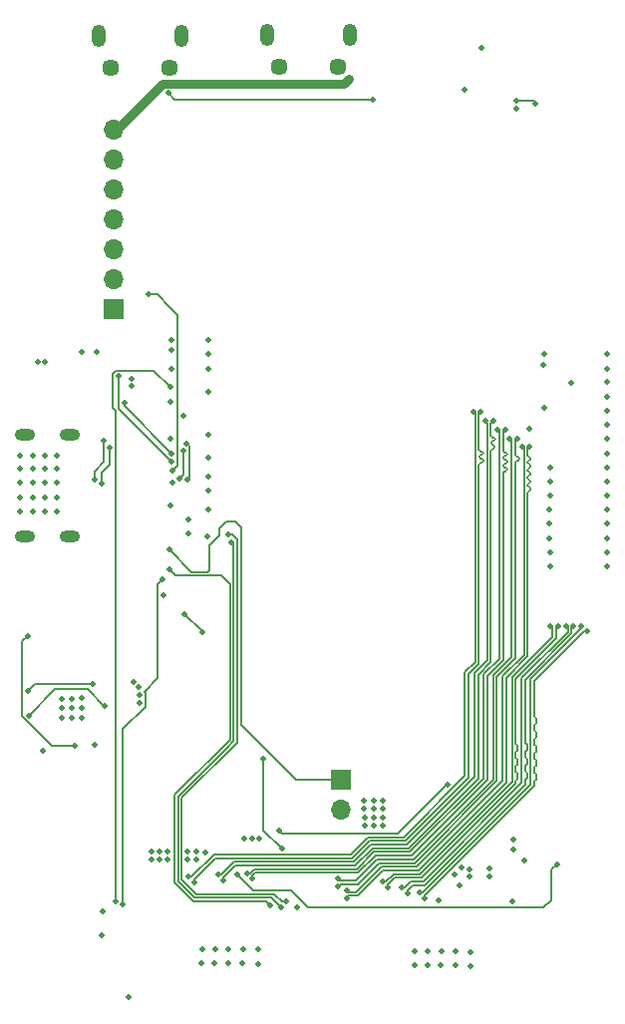
<source format=gbr>
G04 #@! TF.GenerationSoftware,KiCad,Pcbnew,(5.99.0-10362-gce3a84f579)*
G04 #@! TF.CreationDate,2021-05-11T11:50:45-04:00*
G04 #@! TF.ProjectId,rpi-cm4-carrier,7270692d-636d-4342-9d63-617272696572,v01*
G04 #@! TF.SameCoordinates,Original*
G04 #@! TF.FileFunction,Copper,L4,Bot*
G04 #@! TF.FilePolarity,Positive*
%FSLAX46Y46*%
G04 Gerber Fmt 4.6, Leading zero omitted, Abs format (unit mm)*
G04 Created by KiCad (PCBNEW (5.99.0-10362-gce3a84f579)) date 2021-05-11 11:50:45*
%MOMM*%
%LPD*%
G01*
G04 APERTURE LIST*
G04 #@! TA.AperFunction,ComponentPad*
%ADD10C,1.450000*%
G04 #@! TD*
G04 #@! TA.AperFunction,ComponentPad*
%ADD11O,1.200000X1.900000*%
G04 #@! TD*
G04 #@! TA.AperFunction,ComponentPad*
%ADD12R,1.700000X1.700000*%
G04 #@! TD*
G04 #@! TA.AperFunction,ComponentPad*
%ADD13O,1.700000X1.700000*%
G04 #@! TD*
G04 #@! TA.AperFunction,ComponentPad*
%ADD14O,1.701800X1.016000*%
G04 #@! TD*
G04 #@! TA.AperFunction,ViaPad*
%ADD15C,0.508000*%
G04 #@! TD*
G04 #@! TA.AperFunction,Conductor*
%ADD16C,0.152400*%
G04 #@! TD*
G04 #@! TA.AperFunction,Conductor*
%ADD17C,0.200000*%
G04 #@! TD*
G04 #@! TA.AperFunction,Conductor*
%ADD18C,0.750000*%
G04 #@! TD*
G04 #@! TA.AperFunction,Conductor*
%ADD19C,0.160000*%
G04 #@! TD*
G04 APERTURE END LIST*
D10*
G04 #@! TO.P,J6,6,Shield*
G04 #@! TO.N,GND*
X124425000Y-55102500D03*
D11*
X125425000Y-52402500D03*
D10*
X119425000Y-55102500D03*
D11*
X118425000Y-52402500D03*
G04 #@! TD*
D12*
G04 #@! TO.P,J9,1,Pin_1*
G04 #@! TO.N,/CM4 GPIO/nRPIBOOT*
X139000000Y-115610000D03*
D13*
G04 #@! TO.P,J9,2,Pin_2*
G04 #@! TO.N,GND*
X139000000Y-118150000D03*
G04 #@! TD*
D12*
G04 #@! TO.P,J1,1,Pin_1*
G04 #@! TO.N,GND*
X119725000Y-75600000D03*
D13*
G04 #@! TO.P,J1,2,Pin_2*
G04 #@! TO.N,/CM4 GPIO/GPIO14*
X119725000Y-73060000D03*
G04 #@! TO.P,J1,3,Pin_3*
G04 #@! TO.N,/CM4 GPIO/GPIO15*
X119725000Y-70520000D03*
G04 #@! TO.P,J1,4,Pin_4*
G04 #@! TO.N,GND*
X119725000Y-67980000D03*
G04 #@! TO.P,J1,5,Pin_5*
G04 #@! TO.N,/CM4 GPIO/GPIO12*
X119725000Y-65440000D03*
G04 #@! TO.P,J1,6,Pin_6*
G04 #@! TO.N,/CM4 GPIO/GPIO13*
X119725000Y-62900000D03*
G04 #@! TO.P,J1,7,Pin_7*
G04 #@! TO.N,/+5v*
X119725000Y-60360000D03*
G04 #@! TD*
D14*
G04 #@! TO.P,J8,7*
G04 #@! TO.N,N/C*
X115949401Y-86329998D03*
G04 #@! TO.P,J8,8*
X115949401Y-94970002D03*
G04 #@! TO.P,J8,9*
X112149401Y-86330001D03*
G04 #@! TO.P,J8,10*
X112149401Y-94969999D03*
G04 #@! TD*
D10*
G04 #@! TO.P,J7,6,Shield*
G04 #@! TO.N,GND*
X133750000Y-55077500D03*
X138750000Y-55077500D03*
D11*
X132750000Y-52377500D03*
X139750000Y-52377500D03*
G04 #@! TD*
D15*
G04 #@! TO.N,GND*
X127700000Y-88275000D03*
X121875000Y-108400000D03*
X118100000Y-112650000D03*
X161575000Y-93875000D03*
X123600000Y-122400000D03*
X114850000Y-89175000D03*
X113850000Y-90375000D03*
X127175000Y-131200000D03*
X128275000Y-131200000D03*
X150000000Y-130200000D03*
X156725000Y-95075000D03*
X122875000Y-122400000D03*
X158525000Y-81875000D03*
X124300000Y-122400000D03*
X113850000Y-91625000D03*
X161600000Y-80675000D03*
X141775000Y-118075000D03*
X141800000Y-118800000D03*
X161600000Y-89100000D03*
X161600000Y-84275000D03*
X124300000Y-121725000D03*
X141775000Y-117400000D03*
X124625000Y-78275000D03*
X116975000Y-110325000D03*
X142575000Y-119500000D03*
X126700000Y-121725000D03*
X122875000Y-121725000D03*
X131950000Y-129975000D03*
X129450000Y-129950000D03*
X147300000Y-125875000D03*
X121875000Y-109050000D03*
X124600000Y-80675000D03*
X112800000Y-89175000D03*
X125600000Y-84700000D03*
X116125000Y-109525000D03*
X141800000Y-119500000D03*
X127700000Y-89850000D03*
X113700000Y-113175000D03*
X121350000Y-107275000D03*
X161600000Y-83075000D03*
X146350000Y-130175000D03*
X114850000Y-90375000D03*
X155025000Y-85775000D03*
X127725000Y-80675000D03*
X124625000Y-79075000D03*
X141000000Y-118800000D03*
X129425000Y-131200000D03*
X161575000Y-96275000D03*
X161575000Y-90275000D03*
X156750000Y-96275000D03*
X131412500Y-120562500D03*
X149239100Y-123065900D03*
X156725000Y-93875000D03*
X127700000Y-92675000D03*
X116975000Y-108675000D03*
X124700000Y-90400000D03*
X127475000Y-121750000D03*
X141000000Y-119500000D03*
X115300000Y-109525000D03*
X148725000Y-130175000D03*
X113850000Y-92825000D03*
X116125000Y-110350000D03*
X121837500Y-107762500D03*
X112800000Y-88050000D03*
X146325000Y-131375000D03*
X156250000Y-84050000D03*
X114850000Y-91625000D03*
X111700000Y-92850000D03*
X161600000Y-87875000D03*
X113825000Y-80125000D03*
X132012500Y-120562500D03*
X161600000Y-81850000D03*
X156250000Y-79400000D03*
X161600000Y-86675000D03*
X140975000Y-118075000D03*
X145250000Y-130175000D03*
X111700000Y-88075000D03*
X123600000Y-121725000D03*
X116975000Y-109500000D03*
X147475000Y-131375000D03*
X156750000Y-91475000D03*
X153875000Y-58600000D03*
X142575000Y-118800000D03*
X161575000Y-92675000D03*
X115300000Y-110350000D03*
X111700000Y-89200000D03*
X131925000Y-131225000D03*
X130650000Y-131200000D03*
X130675000Y-129950000D03*
X127700000Y-91050000D03*
X112800000Y-92825000D03*
X149975000Y-131400000D03*
X125975000Y-122400000D03*
X130812500Y-120562500D03*
X161575000Y-95075000D03*
X124525000Y-83475000D03*
X145225000Y-131375000D03*
X127725000Y-79450000D03*
X140975000Y-117400000D03*
X148700000Y-131375000D03*
X116125000Y-108700000D03*
X142550000Y-118075000D03*
X111700000Y-91650000D03*
X114850000Y-88050000D03*
X111700000Y-90400000D03*
X126700000Y-122400000D03*
X124475000Y-86675000D03*
X127650000Y-94900000D03*
X161600000Y-85475000D03*
X127725000Y-82675000D03*
X112800000Y-90375000D03*
X142550000Y-117400000D03*
X114850000Y-92825000D03*
X156175000Y-80400000D03*
X127200000Y-129950000D03*
X156750000Y-90275000D03*
X113850000Y-89175000D03*
X161575000Y-97475000D03*
X113850000Y-88050000D03*
X127725000Y-86275000D03*
X118750000Y-126762500D03*
X113225000Y-80125000D03*
X150900000Y-53450000D03*
X128300000Y-129950000D03*
X127725000Y-78275000D03*
X147500000Y-130175000D03*
X156725000Y-92675000D03*
X161600000Y-79475000D03*
X156750000Y-97475000D03*
X156750000Y-89075000D03*
X125975000Y-121725000D03*
X124500000Y-92275000D03*
X161575000Y-91475000D03*
X115300000Y-108700000D03*
X112800000Y-91625000D03*
X148604034Y-123629034D03*
G04 #@! TO.N,/+3.3v*
X149925000Y-123800000D03*
X126061420Y-93475000D03*
X135300000Y-126450000D03*
X149025000Y-124575000D03*
X153525000Y-125900000D03*
X153600000Y-121525000D03*
X154600000Y-122475000D03*
X151575000Y-123775000D03*
X116951920Y-79298080D03*
X123925000Y-99900000D03*
X121226885Y-82151885D03*
X118675000Y-128762500D03*
X149895000Y-123205000D03*
X149450000Y-56975000D03*
X151575000Y-123125000D03*
X118223080Y-79298080D03*
X126061420Y-94675000D03*
X153600000Y-120700000D03*
X121238944Y-81561056D03*
X120925000Y-134012500D03*
G04 #@! TO.N,/PSUs/SYS*
X133775000Y-119925000D03*
X148083465Y-116033465D03*
X112375000Y-103375000D03*
X116350000Y-112750000D03*
G04 #@! TO.N,/PSUs/VBUS*
X112374989Y-108100000D03*
X117925000Y-107500000D03*
G04 #@! TO.N,/PSUs/REGN*
X118900000Y-109325000D03*
X112505737Y-110137469D03*
G04 #@! TO.N,/+5v*
X133975000Y-121459300D03*
X139675000Y-56100000D03*
X138309215Y-56515785D03*
X132414330Y-113825020D03*
X139075000Y-56500000D03*
G04 #@! TO.N,/CM4 GPIO/GPIO14*
X124650000Y-89350000D03*
X122639617Y-74395794D03*
G04 #@! TO.N,/CM4 GPIO/nRPIBOOT*
X124450000Y-96075000D03*
G04 #@! TO.N,/CM4 GPIO/GPIO2*
X124634101Y-88615893D03*
X120125000Y-81339780D03*
G04 #@! TO.N,/CM4 GPIO/GPIO3*
X124612500Y-87912499D03*
X120583022Y-83600000D03*
G04 #@! TO.N,/CM4 High Speed/CAM0_D0_N*
X156776947Y-102579136D03*
X142541513Y-124266513D03*
G04 #@! TO.N,/CM4 High Speed/CAM0_D0_P*
X157437347Y-102579136D03*
X143008487Y-124733487D03*
G04 #@! TO.N,/CM4 High Speed/CAM0_D1_N*
X158096949Y-102554748D03*
X144166513Y-124766513D03*
G04 #@! TO.N,/CM4 High Speed/CAM0_D1_P*
X144633487Y-125233487D03*
X158757349Y-102554748D03*
G04 #@! TO.N,/CM4 High Speed/CAM0_C_N*
X159416513Y-102516513D03*
X159416513Y-102516513D03*
X145666513Y-125191513D03*
X145666513Y-125191513D03*
G04 #@! TO.N,/CM4 High Speed/CAM0_C_P*
X146133487Y-125658487D03*
X159883487Y-102983487D03*
X159883487Y-102983487D03*
X146133487Y-125658487D03*
G04 #@! TO.N,/CM4 High Speed/CAM1_D0_N*
X126066513Y-123841513D03*
X150219800Y-84350000D03*
X126066513Y-123841513D03*
X126066513Y-123841513D03*
X150219800Y-84350000D03*
G04 #@! TO.N,/CM4 High Speed/CAM1_D0_P*
X126533487Y-124308487D03*
X150880200Y-84350000D03*
X126533487Y-124308487D03*
X126533487Y-124308487D03*
X150880200Y-84350000D03*
G04 #@! TO.N,/CM4 High Speed/CAM1_D1_N*
X151245813Y-85154288D03*
X128566513Y-123666513D03*
X128566513Y-123666513D03*
X151245813Y-85154288D03*
G04 #@! TO.N,/CM4 High Speed/CAM1_D1_P*
X129033487Y-124133487D03*
X129033487Y-124133487D03*
X151906213Y-85154288D03*
X151906213Y-85154288D03*
G04 #@! TO.N,/CM4 High Speed/CAM1_C_N*
X152269800Y-85900000D03*
X152269800Y-85900000D03*
X131016513Y-123516513D03*
G04 #@! TO.N,/CM4 High Speed/CAM1_C_P*
X152930200Y-85900000D03*
X152930200Y-85900000D03*
X131483487Y-123983487D03*
G04 #@! TO.N,/CM4 High Speed/CAM1_D2_N*
X153315452Y-86671302D03*
X138750000Y-123997499D03*
G04 #@! TO.N,/CM4 High Speed/CAM1_D2_P*
X153975852Y-86671302D03*
X138750000Y-124657899D03*
G04 #@! TO.N,/CM4 High Speed/CAM1_D3_N*
X154369800Y-87300000D03*
X139525000Y-124969800D03*
X154369800Y-87300000D03*
G04 #@! TO.N,/CM4 High Speed/CAM1_D3_P*
X155030200Y-87300000D03*
X139525000Y-125630200D03*
X155030200Y-87300000D03*
G04 #@! TO.N,Net-(J6-Pad1)*
X141725000Y-57825000D03*
X124325000Y-57296685D03*
G04 #@! TO.N,Net-(J8-Pad3)*
X118050000Y-90125000D03*
X118875000Y-86775000D03*
G04 #@! TO.N,Net-(J8-Pad4)*
X118681600Y-90418908D03*
X119357100Y-87426827D03*
G04 #@! TO.N,/CM4 GPIO/nLED_Activity*
X124500000Y-82275000D03*
X119875000Y-125887500D03*
G04 #@! TO.N,/CM4 GPIO/nPWR_LED*
X123825000Y-98600000D03*
X120455057Y-126219979D03*
G04 #@! TO.N,/CM4 High Speed/USBOTG*
X153903653Y-57940720D03*
X155525000Y-58175000D03*
G04 #@! TO.N,Net-(S1-Pad2)*
X130200000Y-123650000D03*
X157325000Y-122750000D03*
G04 #@! TO.N,/CM4 High Speed/ID_SD*
X125975000Y-90150000D03*
X125900000Y-87075000D03*
G04 #@! TO.N,/CM4 High Speed/SCL0*
X133870096Y-126431458D03*
X129697220Y-95440897D03*
G04 #@! TO.N,/CM4 High Speed/ID_SC*
X125598312Y-87675000D03*
X127179138Y-103059829D03*
X125725000Y-101500000D03*
X125275000Y-90000000D03*
G04 #@! TO.N,/CM4 High Speed/CAM_GPIO*
X132950000Y-126250000D03*
X124455111Y-97749681D03*
G04 #@! TO.N,/CM4 High Speed/SDA0*
X134335823Y-125963944D03*
X129425000Y-94800000D03*
G04 #@! TD*
D16*
G04 #@! TO.N,/PSUs/SYS*
X147941535Y-116033465D02*
X143825000Y-120150000D01*
X112375000Y-103375000D02*
X111892889Y-103857111D01*
X143825000Y-120150000D02*
X134000000Y-120150000D01*
X111892889Y-103857111D02*
X111892889Y-110206414D01*
X114436475Y-112750000D02*
X116350000Y-112750000D01*
X134000000Y-120150000D02*
X133775000Y-119925000D01*
X148083465Y-116033465D02*
X147941535Y-116033465D01*
X111892889Y-110206414D02*
X114436475Y-112750000D01*
G04 #@! TO.N,/PSUs/VBUS*
X112374989Y-108100000D02*
X112974989Y-107500000D01*
X112974989Y-107500000D02*
X117925000Y-107500000D01*
D17*
G04 #@! TO.N,/PSUs/REGN*
X118900000Y-109325000D02*
X118875000Y-109325000D01*
X117475000Y-107925000D02*
X114718206Y-107925000D01*
X118875000Y-109325000D02*
X117475000Y-107925000D01*
X114718206Y-107925000D02*
X112505737Y-110137469D01*
D18*
G04 #@! TO.N,/+5v*
X139059215Y-56515785D02*
X138309215Y-56515785D01*
D16*
X133975000Y-121459300D02*
X132414330Y-119898630D01*
D18*
X139075000Y-56500000D02*
X139059215Y-56515785D01*
X119850000Y-60475000D02*
X119750000Y-60475000D01*
X139275000Y-56500000D02*
X139675000Y-56100000D01*
X123175000Y-57150000D02*
X119850000Y-60475000D01*
X123809215Y-56515785D02*
X138309215Y-56515785D01*
X123600000Y-56725000D02*
X123809215Y-56515785D01*
X123600000Y-56725000D02*
X123175000Y-57150000D01*
D16*
X132414330Y-119898630D02*
X132414330Y-113825020D01*
G04 #@! TO.N,/CM4 GPIO/GPIO14*
X125116212Y-88883788D02*
X124650000Y-89350000D01*
X124525000Y-75550000D02*
X125116212Y-76141212D01*
X125116212Y-76141212D02*
X125116212Y-88883788D01*
X124450000Y-75475000D02*
X124525000Y-75550000D01*
X123370794Y-74395794D02*
X124450000Y-75475000D01*
X122639617Y-74395794D02*
X123370794Y-74395794D01*
G04 #@! TO.N,/CM4 GPIO/nRPIBOOT*
X128700000Y-94250000D02*
X128700000Y-94811475D01*
X130483640Y-94158640D02*
X130000000Y-93675000D01*
X128700000Y-94811475D02*
X127800000Y-95711475D01*
X130000000Y-93675000D02*
X129275000Y-93675000D01*
X127800000Y-95711475D02*
X127800000Y-97825000D01*
X127800000Y-97825000D02*
X127679320Y-97945680D01*
X129275000Y-93675000D02*
X128700000Y-94250000D01*
X139525000Y-115600000D02*
X135142208Y-115600000D01*
X127679320Y-97945680D02*
X126320680Y-97945680D01*
X126320680Y-97945680D02*
X124450000Y-96075000D01*
X130483640Y-110941432D02*
X130483640Y-94158640D01*
X135142208Y-115600000D02*
X130483640Y-110941432D01*
G04 #@! TO.N,/CM4 GPIO/GPIO2*
X120100922Y-84082715D02*
X120100922Y-81363858D01*
X120100922Y-81363858D02*
X120125000Y-81339780D01*
X124634101Y-88615893D02*
X120100922Y-84082715D01*
G04 #@! TO.N,/CM4 GPIO/GPIO3*
X120583033Y-83883033D02*
X124612500Y-87912499D01*
X120583022Y-83600000D02*
X120583033Y-83599989D01*
X120583033Y-83599989D02*
X120583033Y-83883033D01*
D19*
G04 #@! TO.N,/CM4 High Speed/CAM0_D0_N*
X142787586Y-124266513D02*
X143451046Y-123603053D01*
X145701045Y-123603053D02*
X153522178Y-115781920D01*
X153522178Y-115781920D02*
X153522178Y-106891101D01*
X153522178Y-106891101D02*
X156950946Y-103462333D01*
X142541513Y-124266513D02*
X142787586Y-124266513D01*
X156950946Y-102753135D02*
X156776947Y-102579136D01*
X156950946Y-103462333D02*
X156950946Y-102753135D01*
X143451046Y-123603053D02*
X145701045Y-123603053D01*
G04 #@! TO.N,/CM4 High Speed/CAM0_D0_P*
X153834569Y-114919773D02*
X153834569Y-114465431D01*
X153980227Y-114319773D02*
X153980227Y-113865431D01*
X145830449Y-123915453D02*
X153834569Y-115911333D01*
X153834569Y-115911333D02*
X153834569Y-115665431D01*
X153834569Y-113719773D02*
X153834569Y-113265431D01*
X143580448Y-123915453D02*
X145830449Y-123915453D01*
X153834569Y-107020498D02*
X157263348Y-103591719D01*
X153980227Y-113119773D02*
X153980227Y-112665431D01*
X143008487Y-124733487D02*
X143008487Y-124487414D01*
X143008487Y-124487414D02*
X143580448Y-123915453D01*
X153980227Y-115519773D02*
X153980227Y-115065431D01*
X153834569Y-112065431D02*
X153834569Y-107020498D01*
X153834569Y-112519773D02*
X153834569Y-112065431D01*
X157263348Y-102753135D02*
X157437347Y-102579136D01*
X157263348Y-103591719D02*
X157263348Y-102753135D01*
X153834569Y-112519773D02*
G75*
G03*
X153907398Y-112592602I72829J0D01*
G01*
X153907398Y-114992602D02*
G75*
G02*
X153980227Y-115065431I0J-72829D01*
G01*
X153980227Y-113119773D02*
G75*
G02*
X153907398Y-113192602I-72829J0D01*
G01*
X153907398Y-112592602D02*
G75*
G02*
X153980227Y-112665431I0J-72829D01*
G01*
X153907398Y-114392602D02*
G75*
G03*
X153834569Y-114465431I0J-72829D01*
G01*
X153907398Y-115592602D02*
G75*
G03*
X153834569Y-115665431I0J-72829D01*
G01*
X153980227Y-114319773D02*
G75*
G02*
X153907398Y-114392602I-72829J0D01*
G01*
X153980227Y-115519773D02*
G75*
G02*
X153907398Y-115592602I-72829J0D01*
G01*
X153907398Y-113792602D02*
G75*
G02*
X153980227Y-113865431I0J-72829D01*
G01*
X153834569Y-113719773D02*
G75*
G03*
X153907398Y-113792602I72829J0D01*
G01*
X153834569Y-114919773D02*
G75*
G03*
X153907398Y-114992602I72829J0D01*
G01*
X153907398Y-113192602D02*
G75*
G03*
X153834569Y-113265431I0J-72829D01*
G01*
G04 #@! TO.N,/CM4 High Speed/CAM0_D1_N*
X144166513Y-124766513D02*
X144412586Y-124766513D01*
X154320489Y-106975700D02*
X158270948Y-103025241D01*
X158270948Y-102728747D02*
X158096949Y-102554748D01*
X158270948Y-103025241D02*
X158270948Y-102728747D01*
X154320489Y-115883609D02*
X154320489Y-106975700D01*
X145976745Y-124227353D02*
X154320489Y-115883609D01*
X144412586Y-124766513D02*
X144951746Y-124227353D01*
X144951746Y-124227353D02*
X145976745Y-124227353D01*
G04 #@! TO.N,/CM4 High Speed/CAM0_D1_P*
X158583350Y-102728747D02*
X158757349Y-102554748D01*
X145081148Y-124539753D02*
X146106149Y-124539753D01*
X158583350Y-103154627D02*
X158583350Y-102728747D01*
X154632880Y-113634654D02*
X154632880Y-113182880D01*
X144633487Y-124987414D02*
X145081148Y-124539753D01*
X154632880Y-111982880D02*
X154632880Y-107105097D01*
X154632880Y-116013022D02*
X154632880Y-115582880D01*
X154706994Y-112508767D02*
X154706993Y-112508767D01*
X154781107Y-115434654D02*
X154781107Y-114982880D01*
X154706993Y-114308767D02*
X154706994Y-114308767D01*
X154632880Y-107105097D02*
X158583350Y-103154627D01*
X154706993Y-115508767D02*
X154706994Y-115508767D01*
X154632880Y-114834654D02*
X154632880Y-114382880D01*
X154706994Y-113708767D02*
X154706993Y-113708767D01*
X144633487Y-125233487D02*
X144633487Y-124987414D01*
X154706993Y-113108767D02*
X154706994Y-113108767D01*
X154781107Y-113034654D02*
X154781107Y-112582880D01*
X154706994Y-114908767D02*
X154706993Y-114908767D01*
X154632880Y-112434654D02*
X154632880Y-111982880D01*
X146106149Y-124539753D02*
X154632880Y-116013022D01*
X154781107Y-114234654D02*
X154781107Y-113782880D01*
X154706993Y-115508767D02*
G75*
G03*
X154632880Y-115582880I-1J-74112D01*
G01*
X154706993Y-113108767D02*
G75*
G03*
X154632880Y-113182880I-1J-74112D01*
G01*
X154632880Y-114834654D02*
G75*
G03*
X154706993Y-114908767I74112J-1D01*
G01*
X154781107Y-115434654D02*
G75*
G02*
X154706994Y-115508767I-74112J-1D01*
G01*
X154706994Y-112508767D02*
G75*
G02*
X154781107Y-112582880I1J-74112D01*
G01*
X154781107Y-113034654D02*
G75*
G02*
X154706994Y-113108767I-74112J-1D01*
G01*
X154632880Y-113634654D02*
G75*
G03*
X154706993Y-113708767I74112J-1D01*
G01*
X154706994Y-114908767D02*
G75*
G02*
X154781107Y-114982880I1J-74112D01*
G01*
X154706994Y-113708767D02*
G75*
G02*
X154781107Y-113782880I1J-74112D01*
G01*
X154706993Y-114308767D02*
G75*
G03*
X154632880Y-114382880I-1J-74112D01*
G01*
X154632880Y-112434654D02*
G75*
G03*
X154706993Y-112508767I74112J-1D01*
G01*
X154781107Y-114234654D02*
G75*
G02*
X154706994Y-114308767I-74112J-1D01*
G01*
G04 #@! TO.N,/CM4 High Speed/CAM0_C_N*
X155118800Y-107060299D02*
X159416513Y-102762586D01*
X145912586Y-125191513D02*
X155118800Y-115985299D01*
X159416513Y-102762586D02*
X159416513Y-102516513D01*
X155118800Y-115985299D02*
X155118800Y-107060299D01*
X145666513Y-125191513D02*
X145912586Y-125191513D01*
G04 #@! TO.N,/CM4 High Speed/CAM0_C_P*
X155581200Y-115593800D02*
X155581200Y-115143800D01*
X155581200Y-111993800D02*
X155581200Y-111543800D01*
X155431200Y-112593800D02*
X155431200Y-112143800D01*
X155581200Y-114393800D02*
X155581200Y-113943800D01*
X155431200Y-114993800D02*
X155431200Y-114543800D01*
X155431200Y-111393800D02*
X155431200Y-110943800D01*
X155581200Y-110793800D02*
X155581200Y-110343800D01*
X146133487Y-125412414D02*
X155431200Y-116114701D01*
X155431200Y-107189701D02*
X159637414Y-102983487D01*
X155431200Y-109743800D02*
X155431200Y-107189701D01*
X155431200Y-116114701D02*
X155431200Y-115743800D01*
X155431200Y-113793800D02*
X155431200Y-113343800D01*
X155581200Y-113193800D02*
X155581200Y-112743800D01*
X146133487Y-125658487D02*
X146133487Y-125412414D01*
X159637414Y-102983487D02*
X159883487Y-102983487D01*
X155431200Y-110193800D02*
X155431200Y-109743800D01*
X155506200Y-113268800D02*
G75*
G03*
X155431200Y-113343800I0J-75000D01*
G01*
X155506200Y-111468800D02*
G75*
G02*
X155581200Y-111543800I0J-75000D01*
G01*
X155431200Y-111393800D02*
G75*
G03*
X155506200Y-111468800I75000J0D01*
G01*
X155431200Y-110193800D02*
G75*
G03*
X155506200Y-110268800I75000J0D01*
G01*
X155506200Y-115068800D02*
G75*
G02*
X155581200Y-115143800I0J-75000D01*
G01*
X155431200Y-114993800D02*
G75*
G03*
X155506200Y-115068800I75000J0D01*
G01*
X155506200Y-113868800D02*
G75*
G02*
X155581200Y-113943800I0J-75000D01*
G01*
X155581200Y-114393800D02*
G75*
G02*
X155506200Y-114468800I-75000J0D01*
G01*
X155581200Y-111993800D02*
G75*
G02*
X155506200Y-112068800I-75000J0D01*
G01*
X155581200Y-113193800D02*
G75*
G02*
X155506200Y-113268800I-75000J0D01*
G01*
X155581200Y-110793800D02*
G75*
G02*
X155506200Y-110868800I-75000J0D01*
G01*
X155506200Y-112668800D02*
G75*
G02*
X155581200Y-112743800I0J-75000D01*
G01*
X155506200Y-114468800D02*
G75*
G03*
X155431200Y-114543800I0J-75000D01*
G01*
X155431200Y-113793800D02*
G75*
G03*
X155506200Y-113868800I75000J0D01*
G01*
X155506200Y-110868800D02*
G75*
G03*
X155431200Y-110943800I0J-75000D01*
G01*
X155431200Y-112593800D02*
G75*
G03*
X155506200Y-112668800I75000J0D01*
G01*
X155506200Y-110268800D02*
G75*
G02*
X155581200Y-110343800I0J-75000D01*
G01*
X155506200Y-115668800D02*
G75*
G03*
X155431200Y-115743800I0J-75000D01*
G01*
X155581200Y-115593800D02*
G75*
G02*
X155506200Y-115668800I-75000J0D01*
G01*
X155506200Y-112068800D02*
G75*
G03*
X155431200Y-112143800I0J-75000D01*
G01*
G04 #@! TO.N,/CM4 High Speed/CAM1_D0_N*
X132550000Y-121945200D02*
X128208899Y-121945200D01*
X126312586Y-123841513D02*
X126066513Y-123841513D01*
X149530623Y-115273475D02*
X149530623Y-106468106D01*
X139818078Y-121945200D02*
X141281751Y-120481531D01*
X150393799Y-105604930D02*
X150393799Y-84523999D01*
X128208899Y-121945200D02*
X126312586Y-123841513D01*
X141281751Y-120481531D02*
X144322567Y-120481531D01*
X149530623Y-106468106D02*
X150393799Y-105604930D01*
X150393799Y-84523999D02*
X150219800Y-84350000D01*
X128208899Y-121945200D02*
X139818078Y-121945200D01*
X144322567Y-120481531D02*
X149530623Y-115273475D01*
G04 #@! TO.N,/CM4 High Speed/CAM1_D0_P*
X150880200Y-84350000D02*
X150706201Y-84523999D01*
X132550000Y-122257600D02*
X128338301Y-122257600D01*
X150866201Y-87703799D02*
X150946201Y-87703799D01*
X150866201Y-88343799D02*
X150946201Y-88343799D01*
X150706201Y-88873799D02*
X150706201Y-105734316D01*
X126533487Y-124062414D02*
X126533487Y-124308487D01*
X150706201Y-88823799D02*
X150706201Y-88873799D01*
X149843014Y-106597503D02*
X149843014Y-115402888D01*
X141411147Y-120793922D02*
X139947466Y-122257600D01*
X149843014Y-115402888D02*
X144451980Y-120793922D01*
X150946201Y-88663799D02*
X150866201Y-88663799D01*
X139947466Y-122257600D02*
X128338301Y-122257600D01*
X144451980Y-120793922D02*
X141411147Y-120793922D01*
X128338301Y-122257600D02*
X126533487Y-124062414D01*
X150706201Y-105734316D02*
X149843014Y-106597503D01*
X150706201Y-84523999D02*
X150706201Y-87543799D01*
X150946201Y-88023799D02*
X150866201Y-88023799D01*
X150946201Y-88023799D02*
G75*
G03*
X151106201Y-87863799I0J160000D01*
G01*
X150866201Y-87703799D02*
G75*
G02*
X150706201Y-87543799I0J160000D01*
G01*
X150706201Y-88823799D02*
G75*
G02*
X150866201Y-88663799I160000J0D01*
G01*
X150866201Y-88343799D02*
G75*
G02*
X150706201Y-88183799I0J160000D01*
G01*
X151106201Y-88503799D02*
G75*
G03*
X150946201Y-88343799I-160000J0D01*
G01*
X151106201Y-87863799D02*
G75*
G03*
X150946201Y-87703799I-160000J0D01*
G01*
X150706201Y-88183799D02*
G75*
G02*
X150866201Y-88023799I160000J0D01*
G01*
X150946201Y-88663799D02*
G75*
G03*
X151106201Y-88503799I0J160000D01*
G01*
G04 #@! TO.N,/CM4 High Speed/CAM1_D1_N*
X129909599Y-122569500D02*
X140076688Y-122569500D01*
X151419812Y-105461827D02*
X151419812Y-85328287D01*
X151419812Y-85328287D02*
X151245813Y-85154288D01*
X141540348Y-121105842D02*
X144598256Y-121105842D01*
X140076688Y-122569500D02*
X141540348Y-121105842D01*
X128812586Y-123666513D02*
X129909599Y-122569500D01*
X150328934Y-115375164D02*
X150328934Y-106552705D01*
X128566513Y-123666513D02*
X128812586Y-123666513D01*
X144598256Y-121105842D02*
X150328934Y-115375164D01*
X150328934Y-106552705D02*
X151419812Y-105461827D01*
G04 #@! TO.N,/CM4 High Speed/CAM1_D1_P*
X151732214Y-85328287D02*
X151732214Y-86367786D01*
X129033487Y-123887414D02*
X129033487Y-124133487D01*
X130039001Y-122881900D02*
X129033487Y-123887414D01*
X151732214Y-87697786D02*
X151732214Y-105591213D01*
X150641325Y-115504577D02*
X144727669Y-121418233D01*
X151922214Y-86847786D02*
X151892214Y-86847786D01*
X151892214Y-86527786D02*
X151922214Y-86527786D01*
X151922214Y-87487786D02*
X151892214Y-87487786D01*
X140206076Y-122881900D02*
X130039001Y-122881900D01*
X150641325Y-106682102D02*
X150641325Y-115504577D01*
X151892214Y-87167786D02*
X151922214Y-87167786D01*
X141669744Y-121418233D02*
X140206076Y-122881900D01*
X151732214Y-87647786D02*
X151732214Y-87697786D01*
X144727669Y-121418233D02*
X141669744Y-121418233D01*
X151906213Y-85154288D02*
X151732214Y-85328287D01*
X151732214Y-105591213D02*
X150641325Y-106682102D01*
X151922214Y-87487786D02*
G75*
G03*
X152082214Y-87327786I0J160000D01*
G01*
X151732214Y-87007786D02*
G75*
G02*
X151892214Y-86847786I160000J0D01*
G01*
X151922214Y-86847786D02*
G75*
G03*
X152082214Y-86687786I0J160000D01*
G01*
X152082214Y-86687786D02*
G75*
G03*
X151922214Y-86527786I-160000J0D01*
G01*
X151892214Y-86527786D02*
G75*
G02*
X151732214Y-86367786I0J160000D01*
G01*
X151732214Y-87647786D02*
G75*
G02*
X151892214Y-87487786I160000J0D01*
G01*
X151892214Y-87167786D02*
G75*
G02*
X151732214Y-87007786I0J160000D01*
G01*
X152082214Y-87327786D02*
G75*
G03*
X151922214Y-87167786I-160000J0D01*
G01*
G04 #@! TO.N,/CM4 High Speed/CAM1_C_N*
X140335298Y-123193800D02*
X141798945Y-121730153D01*
X151127245Y-115476853D02*
X151127245Y-106637304D01*
X131016513Y-123516513D02*
X131262586Y-123516513D01*
X151127245Y-106637304D02*
X152443799Y-105320750D01*
X144873945Y-121730153D02*
X151127245Y-115476853D01*
X141798945Y-121730153D02*
X144873945Y-121730153D01*
X152443799Y-105320750D02*
X152443799Y-86073999D01*
X131262586Y-123516513D02*
X131585299Y-123193800D01*
X131585299Y-123193800D02*
X140335298Y-123193800D01*
X152443799Y-86073999D02*
X152269800Y-85900000D01*
G04 #@! TO.N,/CM4 High Speed/CAM1_C_P*
X141928349Y-122042553D02*
X140464702Y-123506200D01*
X152756201Y-86073999D02*
X152756201Y-87631201D01*
X131714701Y-123506200D02*
X131483487Y-123737414D01*
X151439636Y-115606266D02*
X145003349Y-122042553D01*
X152930200Y-85900000D02*
X152756201Y-86073999D01*
X152996201Y-89391201D02*
X152916201Y-89391201D01*
X152756201Y-89601201D02*
X152756201Y-105450136D01*
X152756201Y-105450136D02*
X151439636Y-106766701D01*
X152996201Y-88751201D02*
X152916201Y-88751201D01*
X152916201Y-87791201D02*
X152996201Y-87791201D01*
X152996201Y-88111201D02*
X152916201Y-88111201D01*
X145003349Y-122042553D02*
X141928349Y-122042553D01*
X140464702Y-123506200D02*
X131714701Y-123506200D01*
X152916201Y-88431201D02*
X152996201Y-88431201D01*
X151439636Y-106766701D02*
X151439636Y-115606266D01*
X152756201Y-89551201D02*
X152756201Y-89601201D01*
X152916201Y-89071201D02*
X152996201Y-89071201D01*
X131483487Y-123737414D02*
X131483487Y-123983487D01*
X152916201Y-89071201D02*
G75*
G02*
X152756201Y-88911201I0J160000D01*
G01*
X152996201Y-89391201D02*
G75*
G03*
X153156201Y-89231201I0J160000D01*
G01*
X153156201Y-88591201D02*
G75*
G03*
X152996201Y-88431201I-160000J0D01*
G01*
X152916201Y-87791201D02*
G75*
G02*
X152756201Y-87631201I0J160000D01*
G01*
X152996201Y-88751201D02*
G75*
G03*
X153156201Y-88591201I0J160000D01*
G01*
X152996201Y-88111201D02*
G75*
G03*
X153156201Y-87951201I0J160000D01*
G01*
X152756201Y-89551201D02*
G75*
G02*
X152916201Y-89391201I160000J0D01*
G01*
X152916201Y-88431201D02*
G75*
G02*
X152756201Y-88271201I0J160000D01*
G01*
X153156201Y-87951201D02*
G75*
G03*
X152996201Y-87791201I-160000J0D01*
G01*
X153156201Y-89231201D02*
G75*
G03*
X152996201Y-89071201I-160000J0D01*
G01*
X152756201Y-88271201D02*
G75*
G02*
X152916201Y-88111201I160000J0D01*
G01*
X152756201Y-88911201D02*
G75*
G02*
X152916201Y-88751201I160000J0D01*
G01*
G04 #@! TO.N,/CM4 High Speed/CAM1_D2_N*
X151925556Y-115578542D02*
X151925556Y-106721903D01*
X138923999Y-124171498D02*
X140257600Y-124171498D01*
X140257600Y-124171498D02*
X142074645Y-122354453D01*
X153489451Y-105158008D02*
X153489451Y-86845301D01*
X153489451Y-86845301D02*
X153315452Y-86671302D01*
X151925556Y-106721903D02*
X153489451Y-105158008D01*
X145149645Y-122354453D02*
X151925556Y-115578542D01*
X142074645Y-122354453D02*
X145149645Y-122354453D01*
X138750000Y-123997499D02*
X138923999Y-124171498D01*
G04 #@! TO.N,/CM4 High Speed/CAM1_D2_P*
X153975852Y-86671302D02*
X153801853Y-86845301D01*
X153801853Y-88666853D02*
X153801853Y-88716853D01*
X152237947Y-115707955D02*
X145279049Y-122666853D01*
X138923999Y-124483900D02*
X138750000Y-124657899D01*
X153801853Y-88716853D02*
X153801853Y-105287394D01*
X152237947Y-106851300D02*
X152237947Y-115707955D01*
X154041853Y-88506853D02*
X153961853Y-88506853D01*
X153961853Y-88186853D02*
X154041853Y-88186853D01*
X153801853Y-105287394D02*
X152237947Y-106851300D01*
X140387002Y-124483900D02*
X138923999Y-124483900D01*
X142204049Y-122666853D02*
X140387002Y-124483900D01*
X145279049Y-122666853D02*
X142204049Y-122666853D01*
X153801853Y-86845301D02*
X153801853Y-88026853D01*
X153961853Y-88186853D02*
G75*
G02*
X153801853Y-88026853I0J160000D01*
G01*
X154041853Y-88506853D02*
G75*
G03*
X154201853Y-88346853I0J160000D01*
G01*
X153801853Y-88666853D02*
G75*
G02*
X153961853Y-88506853I160000J0D01*
G01*
X154201853Y-88346853D02*
G75*
G03*
X154041853Y-88186853I-160000J0D01*
G01*
G04 #@! TO.N,/CM4 High Speed/CAM1_D3_N*
X145425345Y-122978753D02*
X152723867Y-115680231D01*
X152723867Y-106806502D02*
X154543799Y-104986570D01*
X142425345Y-122978753D02*
X145425345Y-122978753D01*
X139525000Y-124969800D02*
X139698999Y-125143799D01*
X139698999Y-125143799D02*
X140260299Y-125143799D01*
X154543799Y-104986570D02*
X154543799Y-87473999D01*
X154543799Y-87473999D02*
X154369800Y-87300000D01*
X152723867Y-115680231D02*
X152723867Y-106806502D01*
X140260299Y-125143799D02*
X142425345Y-122978753D01*
G04 #@! TO.N,/CM4 High Speed/CAM1_D3_P*
X155106201Y-88946201D02*
X155106201Y-89016201D01*
X153036258Y-106935899D02*
X153036258Y-115809644D01*
X154856201Y-89266201D02*
X154856201Y-89336201D01*
X155106201Y-88306201D02*
X155106201Y-88376201D01*
X139698999Y-125456201D02*
X139525000Y-125630200D01*
X155030200Y-87300000D02*
X154856201Y-87473999D01*
X154856201Y-105115956D02*
X153036258Y-106935899D01*
X154856201Y-91186201D02*
X154856201Y-91256201D01*
X155106201Y-89586201D02*
X155106201Y-89656201D01*
X140389701Y-125456201D02*
X139698999Y-125456201D01*
X153036258Y-115809644D02*
X145554749Y-123291153D01*
X155106201Y-90866201D02*
X155106201Y-90936201D01*
X154856201Y-90546201D02*
X154856201Y-90616201D01*
X154856201Y-88626201D02*
X154856201Y-88696201D01*
X154856201Y-89906201D02*
X154856201Y-89976201D01*
X154856201Y-91256201D02*
X154856201Y-105115956D01*
X154856201Y-87473999D02*
X154856201Y-88056201D01*
X155106201Y-90226201D02*
X155106201Y-90296201D01*
X142554749Y-123291153D02*
X140389701Y-125456201D01*
X145554749Y-123291153D02*
X142554749Y-123291153D01*
X154981201Y-91061201D02*
G75*
G03*
X155106201Y-90936201I-1J125001D01*
G01*
X154856201Y-89906201D02*
G75*
G02*
X154981201Y-89781201I125001J-1D01*
G01*
X155106201Y-88306201D02*
G75*
G03*
X154981201Y-88181201I-125001J-1D01*
G01*
X154856201Y-91186201D02*
G75*
G02*
X154981201Y-91061201I125001J-1D01*
G01*
X154981201Y-88181201D02*
G75*
G02*
X154856201Y-88056201I1J125001D01*
G01*
X155106201Y-89586201D02*
G75*
G03*
X154981201Y-89461201I-125001J-1D01*
G01*
X154981201Y-88501201D02*
G75*
G03*
X155106201Y-88376201I-1J125001D01*
G01*
X155106201Y-90866201D02*
G75*
G03*
X154981201Y-90741201I-125001J-1D01*
G01*
X154981201Y-90101201D02*
G75*
G02*
X154856201Y-89976201I1J125001D01*
G01*
X154981201Y-89461201D02*
G75*
G02*
X154856201Y-89336201I1J125001D01*
G01*
X155106201Y-88946201D02*
G75*
G03*
X154981201Y-88821201I-125001J-1D01*
G01*
X154981201Y-90421201D02*
G75*
G03*
X155106201Y-90296201I-1J125001D01*
G01*
X154981201Y-89141201D02*
G75*
G03*
X155106201Y-89016201I-1J125001D01*
G01*
X154981201Y-90741201D02*
G75*
G02*
X154856201Y-90616201I1J125001D01*
G01*
X154981201Y-88821201D02*
G75*
G02*
X154856201Y-88696201I1J125001D01*
G01*
X155106201Y-90226201D02*
G75*
G03*
X154981201Y-90101201I-125001J-1D01*
G01*
X154981201Y-89781201D02*
G75*
G03*
X155106201Y-89656201I-1J125001D01*
G01*
X154856201Y-88626201D02*
G75*
G02*
X154981201Y-88501201I125001J-1D01*
G01*
X154856201Y-90546201D02*
G75*
G02*
X154981201Y-90421201I125001J-1D01*
G01*
X154856201Y-89266201D02*
G75*
G02*
X154981201Y-89141201I125001J-1D01*
G01*
D16*
G04 #@! TO.N,Net-(J6-Pad1)*
X141721697Y-57828303D02*
X141725000Y-57825000D01*
X124856618Y-57828303D02*
X141721697Y-57828303D01*
X124325000Y-57296685D02*
X124856618Y-57828303D01*
G04 #@! TO.N,Net-(J8-Pad3)*
X118050000Y-89400000D02*
X118050000Y-90125000D01*
X118875000Y-88600000D02*
X118875000Y-86775000D01*
X118875000Y-88600000D02*
X118850000Y-88600000D01*
X118850000Y-88600000D02*
X118050000Y-89400000D01*
G04 #@! TO.N,Net-(J8-Pad4)*
X119357100Y-88842900D02*
X118681600Y-89518400D01*
X119357100Y-87426827D02*
X119357100Y-88842900D01*
X118681600Y-90418908D02*
X118681600Y-89993400D01*
X118681600Y-89518400D02*
X118681600Y-90418908D01*
G04 #@! TO.N,/CM4 GPIO/nLED_Activity*
X124500000Y-82275000D02*
X123082669Y-80857669D01*
X123082669Y-80857669D02*
X119893586Y-80857669D01*
X119893586Y-80857669D02*
X119642889Y-81108366D01*
X119642889Y-81108366D02*
X119642889Y-84055055D01*
X119875000Y-84287166D02*
X119875000Y-125887500D01*
X119875000Y-125025000D02*
X119875000Y-125887500D01*
X119642889Y-84055055D02*
X119875000Y-84287166D01*
G04 #@! TO.N,/CM4 GPIO/nPWR_LED*
X122357111Y-108168586D02*
X122357111Y-109392889D01*
X120475000Y-126200036D02*
X120455057Y-126219979D01*
X122312152Y-108123627D02*
X122357111Y-108168586D01*
X123442889Y-98982111D02*
X123442889Y-106992889D01*
X122357111Y-109392889D02*
X120475000Y-111275000D01*
X120475000Y-111275000D02*
X120475000Y-126200036D01*
X120475000Y-111163525D02*
X120475000Y-111275000D01*
X123825000Y-98600000D02*
X123442889Y-98982111D01*
X123442889Y-106992889D02*
X122312152Y-108123627D01*
G04 #@! TO.N,/CM4 High Speed/USBOTG*
X153903653Y-57940720D02*
X155290720Y-57940720D01*
X155290720Y-57940720D02*
X155525000Y-58175000D01*
G04 #@! TO.N,Net-(S1-Pad2)*
X136200000Y-126450000D02*
X134766360Y-125016360D01*
X157325000Y-122750000D02*
X156825000Y-123250000D01*
X156175000Y-126450000D02*
X136200000Y-126450000D01*
X156825000Y-125800000D02*
X156175000Y-126450000D01*
X134766360Y-125016360D02*
X131566360Y-125016360D01*
X156825000Y-123250000D02*
X156825000Y-125800000D01*
X131566360Y-125016360D02*
X130200000Y-123650000D01*
G04 #@! TO.N,/CM4 High Speed/ID_SD*
X126080423Y-90044577D02*
X126080423Y-87255423D01*
X126080423Y-87255423D02*
X125900000Y-87075000D01*
X125975000Y-90150000D02*
X126080423Y-90044577D01*
G04 #@! TO.N,/CM4 High Speed/SCL0*
X129875000Y-96600000D02*
X129875000Y-95618677D01*
X125150000Y-118475000D02*
X125150000Y-118175000D01*
X133100000Y-125625000D02*
X126550000Y-125625000D01*
X133870096Y-126431458D02*
X133870096Y-126395096D01*
X125150000Y-117675000D02*
X125150000Y-117025000D01*
X125150000Y-118175000D02*
X125150000Y-118025000D01*
X126550000Y-125625000D02*
X125150000Y-124225000D01*
X125150000Y-124225000D02*
X125150000Y-118600000D01*
X125150000Y-118600000D02*
X125150000Y-118475000D01*
X129875000Y-95618677D02*
X129697220Y-95440897D01*
X125150000Y-118025000D02*
X125150000Y-117675000D01*
X133870096Y-126395096D02*
X133425000Y-125950000D01*
X129875000Y-112300000D02*
X129875000Y-96600000D01*
X129300000Y-112875000D02*
X129875000Y-112300000D01*
X133425000Y-125950000D02*
X133100000Y-125625000D01*
X125150000Y-117025000D02*
X129300000Y-112875000D01*
G04 #@! TO.N,/CM4 High Speed/ID_SC*
X125598312Y-89676688D02*
X125598312Y-87675000D01*
X127179138Y-103059829D02*
X127179138Y-102954138D01*
X127179138Y-102954138D02*
X125725000Y-101500000D01*
X125275000Y-90000000D02*
X125598312Y-89676688D01*
G04 #@! TO.N,/CM4 High Speed/CAM_GPIO*
X129570680Y-112173946D02*
X124845680Y-116898947D01*
X128825000Y-98250000D02*
X129570680Y-98995680D01*
X126423946Y-125929320D02*
X132629320Y-125929320D01*
X124845680Y-124351053D02*
X126423946Y-125929320D01*
X124455111Y-97749681D02*
X124955430Y-98250000D01*
X132629320Y-125929320D02*
X132950000Y-126250000D01*
X124845680Y-116898947D02*
X124845680Y-124351053D01*
X129570680Y-98995680D02*
X129570680Y-112173946D01*
X124955430Y-98250000D02*
X128825000Y-98250000D01*
G04 #@! TO.N,/CM4 High Speed/SDA0*
X125454320Y-124098946D02*
X125454320Y-117151054D01*
X134038944Y-125963944D02*
X133988944Y-125963944D01*
X125454320Y-117151054D02*
X130179320Y-112426053D01*
X126676054Y-125320680D02*
X125454320Y-124098946D01*
X133988944Y-125963944D02*
X133425000Y-125400000D01*
X134335823Y-125963944D02*
X134038944Y-125963944D01*
X130179320Y-95204320D02*
X129775000Y-94800000D01*
X133345680Y-125320680D02*
X126775000Y-125320680D01*
X130179320Y-112426053D02*
X130179320Y-95204320D01*
X129775000Y-94800000D02*
X129425000Y-94800000D01*
X133425000Y-125400000D02*
X133345680Y-125320680D01*
X126775000Y-125320680D02*
X126676054Y-125320680D01*
G04 #@! TD*
M02*

</source>
